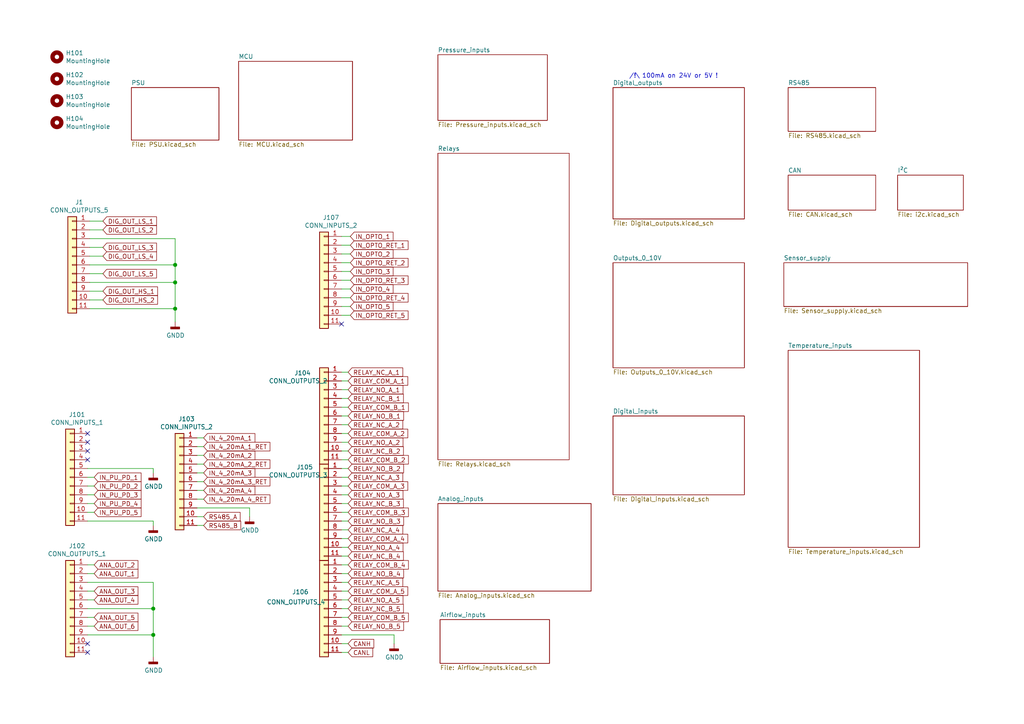
<source format=kicad_sch>
(kicad_sch (version 20211123) (generator eeschema)
  (paper "A4")
  (lib_symbols
    (symbol "Connector_Generic:Conn_01x11" (pin_names (offset 1.016) hide)
      (property "Reference" "J" (at 0 15.24 0))
      (property "Value" "Conn_01x11" (at 0 -15.24 0))
      (symbol "Conn_01x11_1_1"
        (rectangle (start -1.27 -12.573) (end 0 -12.827) (stroke (width 0.1524)))
        (rectangle (start -1.27 -10.033) (end 0 -10.287) (stroke (width 0.1524)))
        (rectangle (start -1.27 -7.493) (end 0 -7.747) (stroke (width 0.1524)))
        (rectangle (start -1.27 -4.953) (end 0 -5.207) (stroke (width 0.1524)))
        (rectangle (start -1.27 -2.413) (end 0 -2.667) (stroke (width 0.1524)))
        (rectangle (start -1.27 0.127) (end 0 -0.127) (stroke (width 0.1524)))
        (rectangle (start -1.27 2.667) (end 0 2.413) (stroke (width 0.1524)))
        (rectangle (start -1.27 5.207) (end 0 4.953) (stroke (width 0.1524)))
        (rectangle (start -1.27 7.747) (end 0 7.493) (stroke (width 0.1524)))
        (rectangle (start -1.27 10.287) (end 0 10.033) (stroke (width 0.1524)))
        (rectangle (start -1.27 12.827) (end 0 12.573) (stroke (width 0.1524)))
        (rectangle (start -1.27 13.97) (end 1.27 -13.97) (stroke (width 0.254)) (fill (type background)))
        (pin passive line (at -5.08 12.7 0) (length 3.81) (name "Pin_1") (number "1"))
        (pin passive line (at -5.08 -10.16 0) (length 3.81) (name "Pin_10") (number "10"))
        (pin passive line (at -5.08 -12.7 0) (length 3.81) (name "Pin_11") (number "11"))
        (pin passive line (at -5.08 10.16 0) (length 3.81) (name "Pin_2") (number "2"))
        (pin passive line (at -5.08 7.62 0) (length 3.81) (name "Pin_3") (number "3"))
        (pin passive line (at -5.08 5.08 0) (length 3.81) (name "Pin_4") (number "4"))
        (pin passive line (at -5.08 2.54 0) (length 3.81) (name "Pin_5") (number "5"))
        (pin passive line (at -5.08 0 0) (length 3.81) (name "Pin_6") (number "6"))
        (pin passive line (at -5.08 -2.54 0) (length 3.81) (name "Pin_7") (number "7"))
        (pin passive line (at -5.08 -5.08 0) (length 3.81) (name "Pin_8") (number "8"))
        (pin passive line (at -5.08 -7.62 0) (length 3.81) (name "Pin_9") (number "9"))
      )
    )
    (symbol "Mechanical:MountingHole" (pin_names (offset 1.016))
      (property "Reference" "H" (at 0 5.08 0))
      (property "Value" "MountingHole" (at 0 3.175 0))
      (symbol "MountingHole_0_1"
        (circle (center 0 0) (radius 1.27) (stroke (width 1.27)))
      )
    )
    (symbol "power:GNDD" (power) (pin_names (offset 0))
      (property "Value" "GNDD" (at 0 -3.175 0))
      (symbol "GNDD_0_1"
        (rectangle (start -1.27 -1.524) (end 1.27 -2.032) (stroke (width 0.254)) (fill (type outline)))
        (polyline (pts (xy 0 0) (xy 0 -1.524)))
      )
      (symbol "GNDD_1_1"
        (pin power_in line (at 0 0 270) (length 0) hide (name "GNDD") (number "1"))
      )
    )
  )
  (junction (at 50.8 89.535) (diameter 1.016))
  (junction (at 50.8 76.835) (diameter 1.016))
  (junction (at 44.45 176.53) (diameter 1.016))
  (junction (at 44.45 184.15) (diameter 1.016))
  (junction (at 50.8 81.915) (diameter 1.016))
  (no_connect (at 99.06 93.98))
  (no_connect (at 25.4 186.69))
  (no_connect (at 25.4 189.23))
  (no_connect (at 25.4 125.73))
  (no_connect (at 25.4 128.27))
  (no_connect (at 25.4 130.81))
  (no_connect (at 25.4 133.35))
  (wire (pts (xy 99.06 166.37) (xy 100.965 166.37)))
  (wire (pts (xy 25.4 151.13) (xy 44.45 151.13)))
  (wire (pts (xy 44.45 151.13) (xy 44.45 152.4)))
  (wire (pts (xy 25.4 173.99) (xy 27.305 173.99)))
  (wire (pts (xy 99.06 161.29) (xy 100.965 161.29)))
  (wire (pts (xy 99.06 71.12) (xy 101.6 71.12)))
  (wire (pts (xy 99.06 83.82) (xy 101.6 83.82)))
  (wire (pts (xy 26.035 89.535) (xy 50.8 89.535)))
  (wire (pts (xy 50.8 89.535) (xy 50.8 93.345)))
  (wire (pts (xy 25.4 166.37) (xy 27.305 166.37)))
  (wire (pts (xy 99.06 115.57) (xy 100.965 115.57)))
  (wire (pts (xy 99.06 68.58) (xy 101.6 68.58)))
  (wire (pts (xy 99.06 151.13) (xy 100.965 151.13)))
  (wire (pts (xy 99.06 184.15) (xy 114.3 184.15)))
  (wire (pts (xy 99.06 158.75) (xy 100.965 158.75)))
  (wire (pts (xy 99.06 186.69) (xy 100.965 186.69)))
  (wire (pts (xy 99.06 125.73) (xy 100.965 125.73)))
  (wire (pts (xy 25.4 171.45) (xy 27.305 171.45)))
  (wire (pts (xy 57.15 129.54) (xy 59.055 129.54)))
  (wire (pts (xy 26.035 71.755) (xy 29.845 71.755)))
  (wire (pts (xy 99.06 179.07) (xy 100.965 179.07)))
  (wire (pts (xy 99.06 128.27) (xy 100.965 128.27)))
  (wire (pts (xy 57.15 139.7) (xy 59.055 139.7)))
  (wire (pts (xy 99.06 176.53) (xy 100.965 176.53)))
  (wire (pts (xy 99.06 120.65) (xy 100.965 120.65)))
  (wire (pts (xy 99.06 143.51) (xy 100.965 143.51)))
  (wire (pts (xy 44.45 135.89) (xy 44.45 137.16)))
  (wire (pts (xy 99.06 78.74) (xy 101.6 78.74)))
  (wire (pts (xy 99.06 189.23) (xy 100.965 189.23)))
  (wire (pts (xy 99.06 173.99) (xy 100.965 173.99)))
  (wire (pts (xy 57.15 149.86) (xy 59.055 149.86)))
  (wire (pts (xy 99.06 76.2) (xy 101.6 76.2)))
  (wire (pts (xy 57.15 134.62) (xy 59.055 134.62)))
  (wire (pts (xy 99.06 130.81) (xy 100.965 130.81)))
  (wire (pts (xy 99.06 171.45) (xy 100.965 171.45)))
  (wire (pts (xy 26.035 76.835) (xy 50.8 76.835)))
  (wire (pts (xy 50.8 76.835) (xy 50.8 81.915)))
  (wire (pts (xy 99.06 156.21) (xy 100.965 156.21)))
  (wire (pts (xy 99.06 135.89) (xy 100.965 135.89)))
  (wire (pts (xy 99.06 133.35) (xy 100.965 133.35)))
  (wire (pts (xy 99.06 181.61) (xy 100.965 181.61)))
  (wire (pts (xy 25.4 163.83) (xy 27.305 163.83)))
  (wire (pts (xy 99.06 140.97) (xy 100.965 140.97)))
  (wire (pts (xy 25.4 168.91) (xy 44.45 168.91)))
  (wire (pts (xy 44.45 176.53) (xy 44.45 168.91)))
  (wire (pts (xy 44.45 184.15) (xy 44.45 176.53)))
  (wire (pts (xy 44.45 190.5) (xy 44.45 184.15)))
  (wire (pts (xy 26.035 74.295) (xy 29.845 74.295)))
  (wire (pts (xy 25.4 184.15) (xy 44.45 184.15)))
  (wire (pts (xy 26.035 79.375) (xy 29.845 79.375)))
  (wire (pts (xy 26.035 66.675) (xy 29.845 66.675)))
  (wire (pts (xy 99.06 86.36) (xy 101.6 86.36)))
  (wire (pts (xy 25.4 138.43) (xy 27.305 138.43)))
  (wire (pts (xy 25.4 143.51) (xy 27.305 143.51)))
  (wire (pts (xy 57.15 147.32) (xy 72.39 147.32)))
  (wire (pts (xy 72.39 147.32) (xy 72.39 149.86)))
  (wire (pts (xy 99.06 81.28) (xy 101.6 81.28)))
  (wire (pts (xy 57.15 152.4) (xy 59.055 152.4)))
  (wire (pts (xy 26.035 81.915) (xy 50.8 81.915)))
  (wire (pts (xy 50.8 81.915) (xy 50.8 89.535)))
  (wire (pts (xy 99.06 113.03) (xy 100.965 113.03)))
  (wire (pts (xy 57.15 132.08) (xy 59.055 132.08)))
  (wire (pts (xy 26.035 64.135) (xy 29.845 64.135)))
  (wire (pts (xy 99.06 163.83) (xy 100.965 163.83)))
  (wire (pts (xy 99.06 91.44) (xy 101.6 91.44)))
  (wire (pts (xy 99.06 107.95) (xy 100.965 107.95)))
  (wire (pts (xy 99.06 148.59) (xy 100.965 148.59)))
  (wire (pts (xy 57.15 137.16) (xy 59.055 137.16)))
  (wire (pts (xy 25.4 181.61) (xy 27.305 181.61)))
  (wire (pts (xy 99.06 168.91) (xy 100.965 168.91)))
  (wire (pts (xy 99.06 73.66) (xy 101.6 73.66)))
  (wire (pts (xy 25.4 176.53) (xy 44.45 176.53)))
  (wire (pts (xy 99.06 123.19) (xy 100.965 123.19)))
  (wire (pts (xy 57.15 144.78) (xy 59.055 144.78)))
  (wire (pts (xy 99.06 146.05) (xy 100.965 146.05)))
  (wire (pts (xy 26.035 86.995) (xy 29.845 86.995)))
  (wire (pts (xy 114.3 184.15) (xy 114.3 186.69)))
  (wire (pts (xy 57.15 127) (xy 59.055 127)))
  (wire (pts (xy 26.035 69.215) (xy 50.8 69.215)))
  (wire (pts (xy 50.8 69.215) (xy 50.8 76.835)))
  (wire (pts (xy 25.4 135.89) (xy 44.45 135.89)))
  (wire (pts (xy 99.06 118.11) (xy 100.965 118.11)))
  (wire (pts (xy 99.06 138.43) (xy 100.965 138.43)))
  (wire (pts (xy 99.06 153.67) (xy 100.965 153.67)))
  (wire (pts (xy 25.4 179.07) (xy 27.305 179.07)))
  (wire (pts (xy 25.4 148.59) (xy 27.305 148.59)))
  (wire (pts (xy 99.06 88.9) (xy 101.6 88.9)))
  (wire (pts (xy 25.4 140.97) (xy 27.305 140.97)))
  (wire (pts (xy 25.4 146.05) (xy 27.305 146.05)))
  (wire (pts (xy 99.06 110.49) (xy 100.965 110.49)))
  (wire (pts (xy 57.15 142.24) (xy 59.055 142.24)))
  (wire (pts (xy 26.035 84.455) (xy 29.845 84.455)))
  (text "/!\\ 100mA on 24V or 5V !" (at 208.28 22.86 180) (effects (font (size 1.27 1.27)) (justify right bottom)))
  (global_label "IN_PU_PD_5" (shape input) (at 27.305 148.59 0) (property "Intersheet References" "${INTERSHEET_REFS}" (effects hide)))
  (global_label "IN_4_20mA_4" (shape input) (at 59.055 142.24 0) (property "Intersheet References" "${INTERSHEET_REFS}" (effects hide)))
  (global_label "ANA_OUT_5" (shape input) (at 27.305 179.07 0) (property "Intersheet References" "${INTERSHEET_REFS}" (effects hide)))
  (global_label "RELAY_NC_A_3" (shape input) (at 100.965 138.43 0) (property "Intersheet References" "${INTERSHEET_REFS}" (effects hide)))
  (global_label "ANA_OUT_1" (shape input) (at 27.305 166.37 0) (property "Intersheet References" "${INTERSHEET_REFS}" (effects hide)))
  (global_label "RELAY_NO_B_3" (shape input) (at 100.965 151.13 0) (property "Intersheet References" "${INTERSHEET_REFS}" (effects hide)))
  (global_label "RELAY_COM_A_2" (shape input) (at 100.965 125.73 0) (property "Intersheet References" "${INTERSHEET_REFS}" (effects hide)))
  (global_label "IN_4_20mA_1" (shape input) (at 59.055 127 0) (property "Intersheet References" "${INTERSHEET_REFS}" (effects hide)))
  (global_label "IN_4_20mA_2" (shape input) (at 59.055 132.08 0) (property "Intersheet References" "${INTERSHEET_REFS}" (effects hide)))
  (global_label "RELAY_NO_A_5" (shape input) (at 100.965 173.99 0) (property "Intersheet References" "${INTERSHEET_REFS}" (effects hide)))
  (global_label "ANA_OUT_4" (shape input) (at 27.305 173.99 0) (property "Intersheet References" "${INTERSHEET_REFS}" (effects hide)))
  (global_label "CANL" (shape input) (at 100.965 189.23 0) (property "Intersheet References" "${INTERSHEET_REFS}" (effects hide)))
  (global_label "RELAY_NO_B_4" (shape input) (at 100.965 166.37 0) (property "Intersheet References" "${INTERSHEET_REFS}" (effects hide)))
  (global_label "RELAY_COM_A_5" (shape input) (at 100.965 171.45 0) (property "Intersheet References" "${INTERSHEET_REFS}" (effects hide)))
  (global_label "DIG_OUT_HS_2" (shape input) (at 29.845 86.995 0) (property "Intersheet References" "${INTERSHEET_REFS}" (effects hide)))
  (global_label "IN_PU_PD_2" (shape input) (at 27.305 140.97 0) (property "Intersheet References" "${INTERSHEET_REFS}" (effects hide)))
  (global_label "RELAY_COM_B_3" (shape input) (at 100.965 148.59 0) (property "Intersheet References" "${INTERSHEET_REFS}" (effects hide)))
  (global_label "RS485_B" (shape input) (at 59.055 152.4 0) (property "Intersheet References" "${INTERSHEET_REFS}" (effects hide)))
  (global_label "RELAY_NO_A_2" (shape input) (at 100.965 128.27 0) (property "Intersheet References" "${INTERSHEET_REFS}" (effects hide)))
  (global_label "IN_4_20mA_3_RET" (shape input) (at 59.055 139.7 0) (property "Intersheet References" "${INTERSHEET_REFS}" (effects hide)))
  (global_label "RELAY_COM_A_1" (shape input) (at 100.965 110.49 0) (property "Intersheet References" "${INTERSHEET_REFS}" (effects hide)))
  (global_label "RELAY_NC_B_2" (shape input) (at 100.965 130.81 0) (property "Intersheet References" "${INTERSHEET_REFS}" (effects hide)))
  (global_label "DIG_OUT_LS_2" (shape input) (at 29.845 66.675 0) (property "Intersheet References" "${INTERSHEET_REFS}" (effects hide)))
  (global_label "IN_PU_PD_4" (shape input) (at 27.305 146.05 0) (property "Intersheet References" "${INTERSHEET_REFS}" (effects hide)))
  (global_label "IN_OPTO_RET_2" (shape input) (at 101.6 76.2 0) (property "Intersheet References" "${INTERSHEET_REFS}" (effects hide)))
  (global_label "ANA_OUT_3" (shape input) (at 27.305 171.45 0) (property "Intersheet References" "${INTERSHEET_REFS}" (effects hide)))
  (global_label "DIG_OUT_LS_3" (shape input) (at 29.845 71.755 0) (property "Intersheet References" "${INTERSHEET_REFS}" (effects hide)))
  (global_label "RELAY_COM_B_5" (shape input) (at 100.965 179.07 0) (property "Intersheet References" "${INTERSHEET_REFS}" (effects hide)))
  (global_label "RELAY_NC_A_2" (shape input) (at 100.965 123.19 0) (property "Intersheet References" "${INTERSHEET_REFS}" (effects hide)))
  (global_label "IN_OPTO_5" (shape input) (at 101.6 88.9 0) (property "Intersheet References" "${INTERSHEET_REFS}" (effects hide)))
  (global_label "RELAY_NO_A_4" (shape input) (at 100.965 158.75 0) (property "Intersheet References" "${INTERSHEET_REFS}" (effects hide)))
  (global_label "CANH" (shape input) (at 100.965 186.69 0) (property "Intersheet References" "${INTERSHEET_REFS}" (effects hide)))
  (global_label "RELAY_NO_A_1" (shape input) (at 100.965 113.03 0) (property "Intersheet References" "${INTERSHEET_REFS}" (effects hide)))
  (global_label "IN_OPTO_4" (shape input) (at 101.6 83.82 0) (property "Intersheet References" "${INTERSHEET_REFS}" (effects hide)))
  (global_label "RELAY_NC_A_5" (shape input) (at 100.965 168.91 0) (property "Intersheet References" "${INTERSHEET_REFS}" (effects hide)))
  (global_label "RELAY_NO_B_5" (shape input) (at 100.965 181.61 0) (property "Intersheet References" "${INTERSHEET_REFS}" (effects hide)))
  (global_label "RELAY_COM_A_3" (shape input) (at 100.965 140.97 0) (property "Intersheet References" "${INTERSHEET_REFS}" (effects hide)))
  (global_label "DIG_OUT_LS_5" (shape input) (at 29.845 79.375 0) (property "Intersheet References" "${INTERSHEET_REFS}" (effects hide)))
  (global_label "IN_OPTO_1" (shape input) (at 101.6 68.58 0) (property "Intersheet References" "${INTERSHEET_REFS}" (effects hide)))
  (global_label "RELAY_NC_B_1" (shape input) (at 100.965 115.57 0) (property "Intersheet References" "${INTERSHEET_REFS}" (effects hide)))
  (global_label "RELAY_NC_B_4" (shape input) (at 100.965 161.29 0) (property "Intersheet References" "${INTERSHEET_REFS}" (effects hide)))
  (global_label "RELAY_NO_A_3" (shape input) (at 100.965 143.51 0) (property "Intersheet References" "${INTERSHEET_REFS}" (effects hide)))
  (global_label "RELAY_NC_B_5" (shape input) (at 100.965 176.53 0) (property "Intersheet References" "${INTERSHEET_REFS}" (effects hide)))
  (global_label "RELAY_NO_B_1" (shape input) (at 100.965 120.65 0) (property "Intersheet References" "${INTERSHEET_REFS}" (effects hide)))
  (global_label "IN_OPTO_2" (shape input) (at 101.6 73.66 0) (property "Intersheet References" "${INTERSHEET_REFS}" (effects hide)))
  (global_label "RELAY_COM_B_1" (shape input) (at 100.965 118.11 0) (property "Intersheet References" "${INTERSHEET_REFS}" (effects hide)))
  (global_label "IN_PU_PD_1" (shape input) (at 27.305 138.43 0) (property "Intersheet References" "${INTERSHEET_REFS}" (effects hide)))
  (global_label "RELAY_NC_B_3" (shape input) (at 100.965 146.05 0) (property "Intersheet References" "${INTERSHEET_REFS}" (effects hide)))
  (global_label "IN_4_20mA_3" (shape input) (at 59.055 137.16 0) (property "Intersheet References" "${INTERSHEET_REFS}" (effects hide)))
  (global_label "DIG_OUT_HS_1" (shape input) (at 29.845 84.455 0) (property "Intersheet References" "${INTERSHEET_REFS}" (effects hide)))
  (global_label "IN_OPTO_RET_3" (shape input) (at 101.6 81.28 0) (property "Intersheet References" "${INTERSHEET_REFS}" (effects hide)))
  (global_label "IN_OPTO_RET_4" (shape input) (at 101.6 86.36 0) (property "Intersheet References" "${INTERSHEET_REFS}" (effects hide)))
  (global_label "RELAY_NO_B_2" (shape input) (at 100.965 135.89 0) (property "Intersheet References" "${INTERSHEET_REFS}" (effects hide)))
  (global_label "ANA_OUT_6" (shape input) (at 27.305 181.61 0) (property "Intersheet References" "${INTERSHEET_REFS}" (effects hide)))
  (global_label "RELAY_COM_B_2" (shape input) (at 100.965 133.35 0) (property "Intersheet References" "${INTERSHEET_REFS}" (effects hide)))
  (global_label "RELAY_COM_B_4" (shape input) (at 100.965 163.83 0) (property "Intersheet References" "${INTERSHEET_REFS}" (effects hide)))
  (global_label "RELAY_NC_A_1" (shape input) (at 100.965 107.95 0) (property "Intersheet References" "${INTERSHEET_REFS}" (effects hide)))
  (global_label "IN_4_20mA_4_RET" (shape input) (at 59.055 144.78 0) (property "Intersheet References" "${INTERSHEET_REFS}" (effects hide)))
  (global_label "IN_PU_PD_3" (shape input) (at 27.305 143.51 0) (property "Intersheet References" "${INTERSHEET_REFS}" (effects hide)))
  (global_label "DIG_OUT_LS_4" (shape input) (at 29.845 74.295 0) (property "Intersheet References" "${INTERSHEET_REFS}" (effects hide)))
  (global_label "RELAY_NC_A_4" (shape input) (at 100.965 153.67 0) (property "Intersheet References" "${INTERSHEET_REFS}" (effects hide)))
  (global_label "RELAY_COM_A_4" (shape input) (at 100.965 156.21 0) (property "Intersheet References" "${INTERSHEET_REFS}" (effects hide)))
  (global_label "IN_OPTO_RET_5" (shape input) (at 101.6 91.44 0) (property "Intersheet References" "${INTERSHEET_REFS}" (effects hide)))
  (global_label "IN_OPTO_RET_1" (shape input) (at 101.6 71.12 0) (property "Intersheet References" "${INTERSHEET_REFS}" (effects hide)))
  (global_label "ANA_OUT_2" (shape input) (at 27.305 163.83 0) (property "Intersheet References" "${INTERSHEET_REFS}" (effects hide)))
  (global_label "DIG_OUT_LS_1" (shape input) (at 29.845 64.135 0) (property "Intersheet References" "${INTERSHEET_REFS}" (effects hide)))
  (global_label "IN_4_20mA_2_RET" (shape input) (at 59.055 134.62 0) (property "Intersheet References" "${INTERSHEET_REFS}" (effects hide)))
  (global_label "IN_4_20mA_1_RET" (shape input) (at 59.055 129.54 0) (property "Intersheet References" "${INTERSHEET_REFS}" (effects hide)))
  (global_label "IN_OPTO_3" (shape input) (at 101.6 78.74 0) (property "Intersheet References" "${INTERSHEET_REFS}" (effects hide)))
  (global_label "RS485_A" (shape input) (at 59.055 149.86 0) (property "Intersheet References" "${INTERSHEET_REFS}" (effects hide)))
  (symbol (lib_id "power:GNDD") (at 72.39 149.86 0) (unit 1)
    (property "Reference" "#PWR05" (effects hide))
    (property "Value" "GNDD" (at 72.4916 153.797 0))
  )
  (symbol (lib_id "Connector_Generic:Conn_01x11") (at 20.32 138.43 0) (mirror y) (unit 1)
    (property "Reference" "J101" (at 22.352 120.2498 0))
    (property "Value" "CONN_INPUTS_1" (at 22.352 122.5485 0))
    (property "Footprint" "Connector_Phoenix_MSTB:PhoenixContact_MSTBA_2,5_11-G_1x11_P5.00mm_Horizontal" (effects hide))
  )
  (symbol (lib_id "Mechanical:MountingHole") (at 16.51 29.21 0) (unit 1)
    (property "Reference" "H103" (at 19.0501 28.0606 0) (effects (justify left)))
    (property "Value" "MountingHole" (at 19.0501 30.3593 0) (effects (justify left)))
    (property "Footprint" "MountingHole:MountingHole_4.3mm_M4" (effects hide))
  )
  (symbol (lib_id "Connector_Generic:Conn_01x11") (at 93.98 148.59 0) (mirror y) (unit 1)
    (property "Reference" "J105" (at 88.392 135.4898 0))
    (property "Value" "CONN_OUTPUTS_3" (at 86.487 137.7885 0))
    (property "Footprint" "Connector_Phoenix_MSTB:PhoenixContact_MSTBA_2,5_11-G_1x11_P5.00mm_Horizontal" (effects hide))
  )
  (symbol (lib_id "Mechanical:MountingHole") (at 16.51 22.86 0) (unit 1)
    (property "Reference" "H102" (at 19.0501 21.7106 0) (effects (justify left)))
    (property "Value" "MountingHole" (at 19.0501 24.0093 0) (effects (justify left)))
    (property "Footprint" "MountingHole:MountingHole_4.3mm_M4" (effects hide))
  )
  (symbol (lib_id "Mechanical:MountingHole") (at 16.51 16.51 0) (unit 1)
    (property "Reference" "H101" (at 19.0501 15.3606 0) (effects (justify left)))
    (property "Value" "MountingHole" (at 19.0501 17.6593 0) (effects (justify left)))
    (property "Footprint" "MountingHole:MountingHole_4.3mm_M4" (effects hide))
  )
  (symbol (lib_id "power:GNDD") (at 44.45 137.16 0) (unit 1)
    (property "Reference" "#PWR01" (effects hide))
    (property "Value" "GNDD" (at 44.5516 141.097 0))
  )
  (symbol (lib_id "Connector_Generic:Conn_01x11") (at 93.98 81.28 0) (mirror y) (unit 1)
    (property "Reference" "J107" (at 96.012 63.0998 0))
    (property "Value" "CONN_INPUTS_2" (at 96.012 65.3985 0))
    (property "Footprint" "Connector_Phoenix_MSTB:PhoenixContact_MSTBA_2,5_11-G_1x11_P5.00mm_Horizontal" (effects hide))
  )
  (symbol (lib_id "Connector_Generic:Conn_01x11") (at 93.98 120.65 0) (mirror y) (unit 1)
    (property "Reference" "J104" (at 87.757 108.1848 0))
    (property "Value" "CONN_OUTPUTS_2" (at 86.487 110.4835 0))
    (property "Footprint" "Connector_Phoenix_MSTB:PhoenixContact_MSTBA_2,5_11-G_1x11_P5.00mm_Horizontal" (effects hide))
  )
  (symbol (lib_id "Connector_Generic:Conn_01x11") (at 20.32 176.53 0) (mirror y) (unit 1)
    (property "Reference" "J102" (at 22.352 158.3498 0))
    (property "Value" "CONN_OUTPUTS_1" (at 22.352 160.6485 0))
    (property "Footprint" "Connector_Phoenix_MSTB:PhoenixContact_MSTBA_2,5_11-G_1x11_P5.00mm_Horizontal" (effects hide))
  )
  (symbol (lib_id "Connector_Generic:Conn_01x11") (at 93.98 176.53 0) (mirror y) (unit 1)
    (property "Reference" "J106" (at 87.122 171.6848 0))
    (property "Value" "CONN_OUTPUTS_4" (at 85.852 174.6185 0))
    (property "Footprint" "Connector_Phoenix_MSTB:PhoenixContact_MSTBA_2,5_11-G_1x11_P5.00mm_Horizontal" (effects hide))
  )
  (symbol (lib_id "power:GNDD") (at 114.3 186.69 0) (unit 1)
    (property "Reference" "#PWR06" (effects hide))
    (property "Value" "GNDD" (at 114.4016 190.627 0))
  )
  (symbol (lib_id "power:GNDD") (at 50.8 93.345 0) (unit 1)
    (property "Reference" "#PWR04" (effects hide))
    (property "Value" "GNDD" (at 50.9016 97.282 0))
  )
  (symbol (lib_id "Connector_Generic:Conn_01x11") (at 52.07 139.7 0) (mirror y) (unit 1)
    (property "Reference" "J103" (at 54.102 121.5198 0))
    (property "Value" "CONN_INPUTS_2" (at 54.102 123.8185 0))
    (property "Footprint" "Connector_Phoenix_MSTB:PhoenixContact_MSTBA_2,5_11-G_1x11_P5.00mm_Horizontal" (effects hide))
  )
  (symbol (lib_id "power:GNDD") (at 44.45 190.5 0) (unit 1)
    (property "Reference" "#PWR03" (effects hide))
    (property "Value" "GNDD" (at 44.5516 194.437 0))
  )
  (symbol (lib_id "power:GNDD") (at 44.45 152.4 0) (unit 1)
    (property "Reference" "#PWR02" (effects hide))
    (property "Value" "GNDD" (at 44.5516 156.337 0))
  )
  (symbol (lib_id "Connector_Generic:Conn_01x11") (at 20.955 76.835 0) (mirror y) (unit 1)
    (property "Reference" "J1" (at 22.987 58.6548 0))
    (property "Value" "CONN_OUTPUTS_5" (at 22.987 60.9535 0))
    (property "Footprint" "Connector_Phoenix_MSTB:PhoenixContact_MSTBA_2,5_11-G_1x11_P5.00mm_Horizontal" (effects hide))
  )
  (symbol (lib_id "Mechanical:MountingHole") (at 16.51 35.56 0) (unit 1)
    (property "Reference" "H104" (at 19.0501 34.4106 0) (effects (justify left)))
    (property "Value" "MountingHole" (at 19.0501 36.7093 0) (effects (justify left)))
    (property "Footprint" "MountingHole:MountingHole_4.3mm_M4" (effects hide))
  )
  (sheet (at 38.1 25.4) (size 25.4 15.24)
    (property "Sheet name" "PSU" (at 38.1 24.7645 0) (effects (justify left bottom)))
    (property "Sheet file" "PSU.kicad_sch" (at 38.1 41.1485 0) (effects (justify left top)))
  )
  (sheet (at 69.215 17.78) (size 33.02 22.86)
    (property "Sheet name" "MCU" (at 69.215 17.1445 0) (effects (justify left bottom)))
    (property "Sheet file" "MCU.kicad_sch" (at 69.215 41.1485 0) (effects (justify left top)))
  )
  (sheet (at 127 44.45) (size 38.1 88.9)
    (property "Sheet name" "Relays" (at 127 43.8145 0) (effects (justify left bottom)))
    (property "Sheet file" "Relays.kicad_sch" (at 127 133.8585 0) (effects (justify left top)))
  )
  (sheet (at 227.33 76.2) (size 53.34 12.7)
    (property "Sheet name" "Sensor_supply" (at 227.33 75.5645 0) (effects (justify left bottom)))
    (property "Sheet file" "Sensor_supply.kicad_sch" (at 227.33 89.4085 0) (effects (justify left top)))
  )
  (sheet (at 228.6 25.4) (size 25.4 12.7)
    (property "Sheet name" "RS485" (at 228.6 24.7645 0) (effects (justify left bottom)))
    (property "Sheet file" "RS485.kicad_sch" (at 228.6 38.6085 0) (effects (justify left top)))
  )
  (sheet (at 228.6 50.8) (size 25.4 10.16)
    (property "Sheet name" "CAN" (at 228.6 50.1645 0) (effects (justify left bottom)))
    (property "Sheet file" "CAN.kicad_sch" (at 228.6 61.4685 0) (effects (justify left top)))
  )
  (sheet (at 228.6 101.6) (size 38.1 57.15)
    (property "Sheet name" "Temperature_inputs" (at 228.6 100.9645 0) (effects (justify left bottom)))
    (property "Sheet file" "Temperature_inputs.kicad_sch" (at 228.6 159.2585 0) (effects (justify left top)))
  )
  (sheet (at 127 15.875) (size 31.75 19.05)
    (property "Sheet name" "Pressure_inputs" (at 127 15.2395 0) (effects (justify left bottom)))
    (property "Sheet file" "Pressure_inputs.kicad_sch" (at 127 35.4335 0) (effects (justify left top)))
  )
  (sheet (at 177.8 120.65) (size 38.1 22.86)
    (property "Sheet name" "Digital_inputs" (at 177.8 120.0145 0) (effects (justify left bottom)))
    (property "Sheet file" "Digital_inputs.kicad_sch" (at 177.8 144.0185 0) (effects (justify left top)))
  )
  (sheet (at 127.635 179.705) (size 31.75 12.7)
    (property "Sheet name" "Airflow_inputs" (at 127.635 179.0695 0) (effects (justify left bottom)))
    (property "Sheet file" "Airflow_inputs.kicad_sch" (at 127.635 192.9135 0) (effects (justify left top)))
  )
  (sheet (at 177.8 76.2) (size 38.1 30.48)
    (property "Sheet name" "Outputs_0_10V" (at 177.8 75.5645 0) (effects (justify left bottom)))
    (property "Sheet file" "Outputs_0_10V.kicad_sch" (at 177.8 107.1885 0) (effects (justify left top)))
  )
  (sheet (at 177.8 25.4) (size 38.1 38.1)
    (property "Sheet name" "Digital_outputs" (at 177.8 24.7645 0) (effects (justify left bottom)))
    (property "Sheet file" "Digital_outputs.kicad_sch" (at 177.8 64.0085 0) (effects (justify left top)))
  )
  (sheet (at 260.35 50.8) (size 19.05 10.16)
    (property "Sheet name" "I²C" (at 260.35 50.1641 0) (effects (justify left bottom)))
    (property "Sheet file" "i2c.kicad_sch" (at 260.35 61.4689 0) (effects (justify left top)))
  )
  (sheet (at 127 146.05) (size 44.45 25.4)
    (property "Sheet name" "Analog_inputs" (at 127 145.4141 0) (effects (justify left bottom)))
    (property "Sheet file" "Analog_inputs.kicad_sch" (at 127 171.9589 0) (effects (justify left top)))
  )
)
</source>
